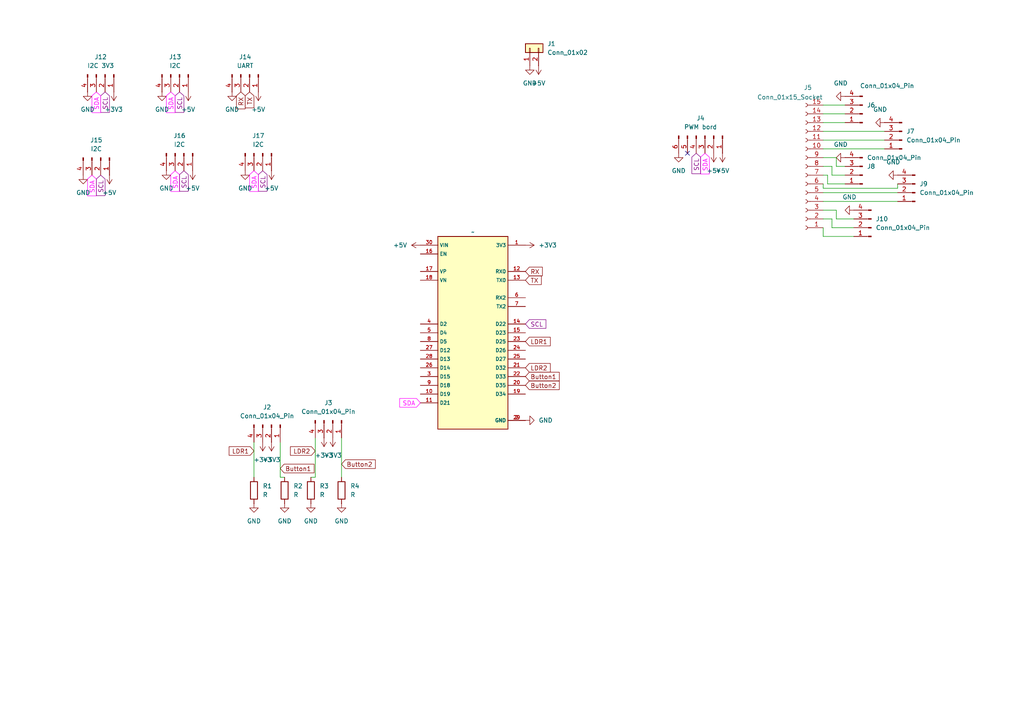
<source format=kicad_sch>
(kicad_sch (version 20250114) (generator "eeschema") (generator_version "9.0")
  (paper "A4")
  (lib_symbols
    (symbol "Connector:Conn_01x04_Pin" (pin_names (offset 1.016) (hide yes))
      (property "Reference" "J" (at 0 5.08 0))
      (property "Value" "Conn_01x04_Pin" (at 0 -7.62 0))
      (symbol "Conn_01x04_Pin_1_1"
        (rectangle (start 0.8636 2.667) (end 0 2.413) (stroke (width 0.1524)) (fill (type outline)))
        (rectangle (start 0.8636 0.127) (end 0 -0.127) (stroke (width 0.1524)) (fill (type outline)))
        (rectangle (start 0.8636 -2.413) (end 0 -2.667) (stroke (width 0.1524)) (fill (type outline)))
        (rectangle (start 0.8636 -4.953) (end 0 -5.207) (stroke (width 0.1524)) (fill (type outline)))
        (polyline (pts (xy 1.27 2.54) (xy 0.8636 2.54)) (stroke (width 0.1524)))
        (polyline (pts (xy 1.27 0) (xy 0.8636 0)) (stroke (width 0.1524)))
        (polyline (pts (xy 1.27 -2.54) (xy 0.8636 -2.54)) (stroke (width 0.1524)))
        (polyline (pts (xy 1.27 -5.08) (xy 0.8636 -5.08)) (stroke (width 0.1524)))
        (pin passive line (at 5.08 2.54 180) (length 3.81) (name "Pin_1") (number "1"))
        (pin passive line (at 5.08 0 180) (length 3.81) (name "Pin_2") (number "2"))
        (pin passive line (at 5.08 -2.54 180) (length 3.81) (name "Pin_3") (number "3"))
        (pin passive line (at 5.08 -5.08 180) (length 3.81) (name "Pin_4") (number "4"))
      )
    )
    (symbol "Connector:Conn_01x06_Pin" (pin_names (offset 1.016) (hide yes))
      (property "Reference" "J" (at 0 7.62 0))
      (property "Value" "Conn_01x06_Pin" (at 0 -10.16 0))
      (symbol "Conn_01x06_Pin_1_1"
        (rectangle (start 0.8636 5.207) (end 0 4.953) (stroke (width 0.1524)) (fill (type outline)))
        (rectangle (start 0.8636 2.667) (end 0 2.413) (stroke (width 0.1524)) (fill (type outline)))
        (rectangle (start 0.8636 0.127) (end 0 -0.127) (stroke (width 0.1524)) (fill (type outline)))
        (rectangle (start 0.8636 -2.413) (end 0 -2.667) (stroke (width 0.1524)) (fill (type outline)))
        (rectangle (start 0.8636 -4.953) (end 0 -5.207) (stroke (width 0.1524)) (fill (type outline)))
        (rectangle (start 0.8636 -7.493) (end 0 -7.747) (stroke (width 0.1524)) (fill (type outline)))
        (polyline (pts (xy 1.27 5.08) (xy 0.8636 5.08)) (stroke (width 0.1524)))
        (polyline (pts (xy 1.27 2.54) (xy 0.8636 2.54)) (stroke (width 0.1524)))
        (polyline (pts (xy 1.27 0) (xy 0.8636 0)) (stroke (width 0.1524)))
        (polyline (pts (xy 1.27 -2.54) (xy 0.8636 -2.54)) (stroke (width 0.1524)))
        (polyline (pts (xy 1.27 -5.08) (xy 0.8636 -5.08)) (stroke (width 0.1524)))
        (polyline (pts (xy 1.27 -7.62) (xy 0.8636 -7.62)) (stroke (width 0.1524)))
        (pin passive line (at 5.08 5.08 180) (length 3.81) (name "Pin_1") (number "1"))
        (pin passive line (at 5.08 2.54 180) (length 3.81) (name "Pin_2") (number "2"))
        (pin passive line (at 5.08 0 180) (length 3.81) (name "Pin_3") (number "3"))
        (pin passive line (at 5.08 -2.54 180) (length 3.81) (name "Pin_4") (number "4"))
        (pin passive line (at 5.08 -5.08 180) (length 3.81) (name "Pin_5") (number "5"))
        (pin passive line (at 5.08 -7.62 180) (length 3.81) (name "Pin_6") (number "6"))
      )
    )
    (symbol "Connector:Conn_01x15_Socket" (pin_names (offset 1.016) (hide yes))
      (property "Reference" "J" (at 0 20.32 0))
      (property "Value" "Conn_01x15_Socket" (at 0 -20.32 0))
      (symbol "Conn_01x15_Socket_1_1"
        (polyline (pts (xy -1.27 17.78) (xy -0.508 17.78)) (stroke (width 0.1524)))
        (polyline (pts (xy -1.27 15.24) (xy -0.508 15.24)) (stroke (width 0.1524)))
        (polyline (pts (xy -1.27 12.7) (xy -0.508 12.7)) (stroke (width 0.1524)))
        (polyline (pts (xy -1.27 10.16) (xy -0.508 10.16)) (stroke (width 0.1524)))
        (polyline (pts (xy -1.27 7.62) (xy -0.508 7.62)) (stroke (width 0.1524)))
        (polyline (pts (xy -1.27 5.08) (xy -0.508 5.08)) (stroke (width 0.1524)))
        (polyline (pts (xy -1.27 2.54) (xy -0.508 2.54)) (stroke (width 0.1524)))
        (polyline (pts (xy -1.27 0) (xy -0.508 0)) (stroke (width 0.1524)))
        (polyline (pts (xy -1.27 -2.54) (xy -0.508 -2.54)) (stroke (width 0.1524)))
        (polyline (pts (xy -1.27 -5.08) (xy -0.508 -5.08)) (stroke (width 0.1524)))
        (polyline (pts (xy -1.27 -7.62) (xy -0.508 -7.62)) (stroke (width 0.1524)))
        (polyline (pts (xy -1.27 -10.16) (xy -0.508 -10.16)) (stroke (width 0.1524)))
        (polyline (pts (xy -1.27 -12.7) (xy -0.508 -12.7)) (stroke (width 0.1524)))
        (polyline (pts (xy -1.27 -15.24) (xy -0.508 -15.24)) (stroke (width 0.1524)))
        (polyline (pts (xy -1.27 -17.78) (xy -0.508 -17.78)) (stroke (width 0.1524)))
        (arc (start 0 17.272) (mid -0.5058 17.78) (end 0 18.288) (stroke (width 0.1524)))
        (arc (start 0 14.732) (mid -0.5058 15.24) (end 0 15.748) (stroke (width 0.1524)))
        (arc (start 0 12.192) (mid -0.5058 12.7) (end 0 13.208) (stroke (width 0.1524)))
        (arc (start 0 9.652) (mid -0.5058 10.16) (end 0 10.668) (stroke (width 0.1524)))
        (arc (start 0 7.112) (mid -0.5058 7.62) (end 0 8.128) (stroke (width 0.1524)))
        (arc (start 0 4.572) (mid -0.5058 5.08) (end 0 5.588) (stroke (width 0.1524)))
        (arc (start 0 2.032) (mid -0.5058 2.54) (end 0 3.048) (stroke (width 0.1524)))
        (arc (start 0 -0.508) (mid -0.5058 0) (end 0 0.508) (stroke (width 0.1524)))
        (arc (start 0 -3.048) (mid -0.5058 -2.54) (end 0 -2.032) (stroke (width 0.1524)))
        (arc (start 0 -5.588) (mid -0.5058 -5.08) (end 0 -4.572) (stroke (width 0.1524)))
        (arc (start 0 -8.128) (mid -0.5058 -7.62) (end 0 -7.112) (stroke (width 0.1524)))
        (arc (start 0 -10.668) (mid -0.5058 -10.16) (end 0 -9.652) (stroke (width 0.1524)))
        (arc (start 0 -13.208) (mid -0.5058 -12.7) (end 0 -12.192) (stroke (width 0.1524)))
        (arc (start 0 -15.748) (mid -0.5058 -15.24) (end 0 -14.732) (stroke (width 0.1524)))
        (arc (start 0 -18.288) (mid -0.5058 -17.78) (end 0 -17.272) (stroke (width 0.1524)))
        (pin passive line (at -5.08 17.78 0) (length 3.81) (name "Pin_1") (number "1"))
        (pin passive line (at -5.08 15.24 0) (length 3.81) (name "Pin_2") (number "2"))
        (pin passive line (at -5.08 12.7 0) (length 3.81) (name "Pin_3") (number "3"))
        (pin passive line (at -5.08 10.16 0) (length 3.81) (name "Pin_4") (number "4"))
        (pin passive line (at -5.08 7.62 0) (length 3.81) (name "Pin_5") (number "5"))
        (pin passive line (at -5.08 5.08 0) (length 3.81) (name "Pin_6") (number "6"))
        (pin passive line (at -5.08 2.54 0) (length 3.81) (name "Pin_7") (number "7"))
        (pin passive line (at -5.08 0 0) (length 3.81) (name "Pin_8") (number "8"))
        (pin passive line (at -5.08 -2.54 0) (length 3.81) (name "Pin_9") (number "9"))
        (pin passive line (at -5.08 -5.08 0) (length 3.81) (name "Pin_10") (number "10"))
        (pin passive line (at -5.08 -7.62 0) (length 3.81) (name "Pin_11") (number "11"))
        (pin passive line (at -5.08 -10.16 0) (length 3.81) (name "Pin_12") (number "12"))
        (pin passive line (at -5.08 -12.7 0) (length 3.81) (name "Pin_13") (number "13"))
        (pin passive line (at -5.08 -15.24 0) (length 3.81) (name "Pin_14") (number "14"))
        (pin passive line (at -5.08 -17.78 0) (length 3.81) (name "Pin_15") (number "15"))
      )
    )
    (symbol "Connector_Generic:Conn_01x02" (pin_names (offset 1.016) (hide yes))
      (property "Reference" "J" (at 0 2.54 0))
      (property "Value" "Conn_01x02" (at 0 -5.08 0))
      (symbol "Conn_01x02_1_1"
        (rectangle (start -1.27 1.27) (end 1.27 -3.81) (stroke (width 0.254)) (fill (type background)))
        (rectangle (start -1.27 0.127) (end 0 -0.127) (stroke (width 0.1524)))
        (rectangle (start -1.27 -2.413) (end 0 -2.667) (stroke (width 0.1524)))
        (pin passive line (at -5.08 0 0) (length 3.81) (name "Pin_1") (number "1"))
        (pin passive line (at -5.08 -2.54 0) (length 3.81) (name "Pin_2") (number "2"))
      )
    )
    (symbol "Device:R" (pin_numbers (hide yes)) (pin_names (offset 0))
      (property "Reference" "R" (at 2.032 0 90))
      (property "Value" "R" (at 0 0 90))
      (symbol "R_0_1"
        (rectangle (start -1.016 -2.54) (end 1.016 2.54) (stroke (width 0.254)))
      )
      (symbol "R_1_1"
        (pin passive line (at 0 3.81 270) (length 1.27) (name "~") (number "1"))
        (pin passive line (at 0 -3.81 90) (length 1.27) (name "~") (number "2"))
      )
    )
    (symbol "Zuydlib4:ESP32_DEVKIT_V1"
      (property "Reference" "U" (at 1.27 -3.81 0))
      (symbol "ESP32_DEVKIT_V1_0_0"
        (rectangle (start -10.16 -27.94) (end 10.16 27.94) (stroke (width 0.254)) (fill (type background)))
        (pin input line (at -15.24 25.4 0) (length 5.08) (name "VIN") (number "30"))
        (pin input line (at -15.24 22.86 0) (length 5.08) (name "EN") (number "16"))
        (pin bidirectional line (at -15.24 17.78 0) (length 5.08) (name "VP") (number "17"))
        (pin bidirectional line (at -15.24 15.24 0) (length 5.08) (name "VN") (number "18"))
        (pin bidirectional line (at -15.24 2.54 0) (length 5.08) (name "D2") (number "4"))
        (pin bidirectional line (at -15.24 0 0) (length 5.08) (name "D4") (number "5"))
        (pin bidirectional line (at -15.24 -2.54 0) (length 5.08) (name "D5") (number "8"))
        (pin bidirectional line (at -15.24 -5.08 0) (length 5.08) (name "D12") (number "27"))
        (pin bidirectional line (at -15.24 -7.62 0) (length 5.08) (name "D13") (number "28"))
        (pin bidirectional line (at -15.24 -10.16 0) (length 5.08) (name "D14") (number "26"))
        (pin bidirectional line (at -15.24 -12.7 0) (length 5.08) (name "D15") (number "3"))
        (pin bidirectional line (at -15.24 -15.24 0) (length 5.08) (name "D18") (number "9"))
        (pin bidirectional line (at -15.24 -17.78 0) (length 5.08) (name "D19") (number "10"))
        (pin bidirectional line (at -15.24 -20.32 0) (length 5.08) (name "D21") (number "11"))
        (pin output line (at 15.24 25.4 180) (length 5.08) (name "3V3") (number "1"))
        (pin input line (at 15.24 17.78 180) (length 5.08) (name "RX0") (number "12"))
        (pin output line (at 15.24 15.24 180) (length 5.08) (name "TX0") (number "13"))
        (pin input line (at 15.24 10.16 180) (length 5.08) (name "RX2") (number "6"))
        (pin output line (at 15.24 7.62 180) (length 5.08) (name "TX2") (number "7"))
        (pin bidirectional line (at 15.24 2.54 180) (length 5.08) (name "D22") (number "14"))
        (pin bidirectional line (at 15.24 0 180) (length 5.08) (name "D23") (number "15"))
        (pin bidirectional line (at 15.24 -2.54 180) (length 5.08) (name "D25") (number "23"))
        (pin bidirectional line (at 15.24 -5.08 180) (length 5.08) (name "D26") (number "24"))
        (pin bidirectional line (at 15.24 -7.62 180) (length 5.08) (name "D27") (number "25"))
        (pin bidirectional line (at 15.24 -10.16 180) (length 5.08) (name "D32") (number "21"))
        (pin bidirectional line (at 15.24 -12.7 180) (length 5.08) (name "D33") (number "22"))
        (pin bidirectional line (at 15.24 -15.24 180) (length 5.08) (name "D35") (number "20"))
        (pin bidirectional line (at 15.24 -17.78 180) (length 5.08) (name "D34") (number "19"))
        (pin power_in line (at 15.24 -25.4 180) (length 5.08) (name "GND") (number "2"))
        (pin power_in line (at 15.24 -25.4 180) (length 5.08) (name "GND") (number "29"))
      )
    )
    (symbol "power:+3V3" (power) (pin_numbers (hide yes)) (pin_names (offset 0) (hide yes))
      (property "Value" "+3V3" (at 0 3.556 0))
      (symbol "+3V3_0_1"
        (polyline (pts (xy -0.762 1.27) (xy 0 2.54)))
        (polyline (pts (xy 0 2.54) (xy 0.762 1.27)))
        (polyline (pts (xy 0 0) (xy 0 2.54)))
      )
      (symbol "+3V3_1_1"
        (pin power_in line (at 0 0 90) (length 0) (name "~") (number "1"))
      )
    )
    (symbol "power:+5V" (power) (pin_numbers (hide yes)) (pin_names (offset 0) (hide yes))
      (property "Value" "+5V" (at 0 3.556 0))
      (symbol "+5V_0_1"
        (polyline (pts (xy -0.762 1.27) (xy 0 2.54)))
        (polyline (pts (xy 0 2.54) (xy 0.762 1.27)))
        (polyline (pts (xy 0 0) (xy 0 2.54)))
      )
      (symbol "+5V_1_1"
        (pin power_in line (at 0 0 90) (length 0) (name "~") (number "1"))
      )
    )
    (symbol "power:GND" (power) (pin_numbers (hide yes)) (pin_names (offset 0) (hide yes))
      (property "Value" "GND" (at 0 -3.81 0))
      (symbol "GND_0_1"
        (polyline (pts (xy 0 0) (xy 0 -1.27) (xy 1.27 -1.27) (xy 0 -2.54) (xy -1.27 -1.27) (xy 0 -1.27)))
      )
      (symbol "GND_1_1"
        (pin power_in line (at 0 0 270) (length 0) (name "~") (number "1"))
      )
    )
  )
  (no_connect (at 199.39 44.45))
  (wire (pts (xy 238.76 68.58) (xy 247.65 68.58)))
  (wire (pts (xy 242.57 60.96) (xy 242.57 63.5)))
  (wire (pts (xy 91.44 127) (xy 91.44 138.43)))
  (wire (pts (xy 238.76 45.72) (xy 242.57 45.72)))
  (wire (pts (xy 240.03 53.34) (xy 245.11 53.34)))
  (wire (pts (xy 238.76 66.04) (xy 238.76 68.58)))
  (wire (pts (xy 73.66 128.27) (xy 73.66 138.43)))
  (wire (pts (xy 241.3 50.8) (xy 245.11 50.8)))
  (wire (pts (xy 238.76 60.96) (xy 242.57 60.96)))
  (wire (pts (xy 238.76 30.48) (xy 245.11 30.48)))
  (wire (pts (xy 238.76 53.34) (xy 238.76 54.61)))
  (wire (pts (xy 238.76 38.1) (xy 256.54 38.1)))
  (wire (pts (xy 238.76 55.88) (xy 260.35 55.88)))
  (wire (pts (xy 238.76 48.26) (xy 241.3 48.26)))
  (wire (pts (xy 260.35 54.61) (xy 260.35 53.34)))
  (wire (pts (xy 241.3 63.5) (xy 241.3 66.04)))
  (wire (pts (xy 238.76 43.18) (xy 256.54 43.18)))
  (wire (pts (xy 242.57 45.72) (xy 242.57 48.26)))
  (wire (pts (xy 241.3 66.04) (xy 247.65 66.04)))
  (wire (pts (xy 238.76 50.8) (xy 240.03 50.8)))
  (wire (pts (xy 238.76 40.64) (xy 256.54 40.64)))
  (wire (pts (xy 81.28 128.27) (xy 81.28 138.43)))
  (wire (pts (xy 242.57 63.5) (xy 247.65 63.5)))
  (wire (pts (xy 99.06 127) (xy 99.06 138.43)))
  (wire (pts (xy 91.44 138.43) (xy 90.17 138.43)))
  (wire (pts (xy 238.76 63.5) (xy 241.3 63.5)))
  (wire (pts (xy 240.03 50.8) (xy 240.03 53.34)))
  (wire (pts (xy 238.76 35.56) (xy 245.11 35.56)))
  (wire (pts (xy 81.28 138.43) (xy 82.55 138.43)))
  (wire (pts (xy 238.76 54.61) (xy 260.35 54.61)))
  (wire (pts (xy 241.3 48.26) (xy 241.3 50.8)))
  (wire (pts (xy 242.57 48.26) (xy 245.11 48.26)))
  (wire (pts (xy 238.76 33.02) (xy 245.11 33.02)))
  (wire (pts (xy 238.76 58.42) (xy 260.35 58.42)))
  (global_label "SDA" (shape input) (at 26.67 50.8 270) (property "Intersheetrefs" "${INTERSHEET_REFS}" (effects (hide yes))))
  (global_label "SCL" (shape input) (at 52.07 26.67 270) (property "Intersheetrefs" "${INTERSHEET_REFS}" (effects (hide yes))))
  (global_label "LDR1" (shape input) (at 152.4 99.06 0) (property "Intersheetrefs" "${INTERSHEET_REFS}" (effects (hide yes))))
  (global_label "SCL" (shape input) (at 53.34 49.53 270) (property "Intersheetrefs" "${INTERSHEET_REFS}" (effects (hide yes))))
  (global_label "SDA" (shape input) (at 73.66 49.53 270) (property "Intersheetrefs" "${INTERSHEET_REFS}" (effects (hide yes))))
  (global_label "Button1" (shape input) (at 81.28 135.89 0) (property "Intersheetrefs" "${INTERSHEET_REFS}" (effects (hide yes))))
  (global_label "Button2" (shape input) (at 152.4 111.76 0) (property "Intersheetrefs" "${INTERSHEET_REFS}" (effects (hide yes))))
  (global_label "SCL" (shape input) (at 76.2 49.53 270) (property "Intersheetrefs" "${INTERSHEET_REFS}" (effects (hide yes))))
  (global_label "SDA" (shape input) (at 204.47 44.45 270) (property "Intersheetrefs" "${INTERSHEET_REFS}" (effects (hide yes))))
  (global_label "SCL" (shape input) (at 201.93 44.45 270) (property "Intersheetrefs" "${INTERSHEET_REFS}" (effects (hide yes))))
  (global_label "Button2" (shape input) (at 99.06 134.62 0) (property "Intersheetrefs" "${INTERSHEET_REFS}" (effects (hide yes))))
  (global_label "SDA" (shape input) (at 121.92 116.84 180) (property "Intersheetrefs" "${INTERSHEET_REFS}" (effects (hide yes))))
  (global_label "LDR1" (shape input) (at 73.66 130.81 180) (property "Intersheetrefs" "${INTERSHEET_REFS}" (effects (hide yes))))
  (global_label "TX" (shape input) (at 72.39 26.67 270) (property "Intersheetrefs" "${INTERSHEET_REFS}" (effects (hide yes))))
  (global_label "TX" (shape input) (at 152.4 81.28 0) (property "Intersheetrefs" "${INTERSHEET_REFS}" (effects (hide yes))))
  (global_label "SCL" (shape input) (at 29.21 50.8 270) (property "Intersheetrefs" "${INTERSHEET_REFS}" (effects (hide yes))))
  (global_label "SDA" (shape input) (at 27.94 26.67 270) (property "Intersheetrefs" "${INTERSHEET_REFS}" (effects (hide yes))))
  (global_label "LDR2" (shape input) (at 152.4 106.68 0) (property "Intersheetrefs" "${INTERSHEET_REFS}" (effects (hide yes))))
  (global_label "SDA" (shape input) (at 50.8 49.53 270) (property "Intersheetrefs" "${INTERSHEET_REFS}" (effects (hide yes))))
  (global_label "RX" (shape input) (at 152.4 78.74 0) (property "Intersheetrefs" "${INTERSHEET_REFS}" (effects (hide yes))))
  (global_label "LDR2" (shape input) (at 91.44 130.81 180) (property "Intersheetrefs" "${INTERSHEET_REFS}" (effects (hide yes))))
  (global_label "SCL" (shape input) (at 30.48 26.67 270) (property "Intersheetrefs" "${INTERSHEET_REFS}" (effects (hide yes))))
  (global_label "SDA" (shape input) (at 49.53 26.67 270) (property "Intersheetrefs" "${INTERSHEET_REFS}" (effects (hide yes))))
  (global_label "SCL" (shape input) (at 152.4 93.98 0) (property "Intersheetrefs" "${INTERSHEET_REFS}" (effects (hide yes))))
  (global_label "RX" (shape input) (at 69.85 26.67 270) (property "Intersheetrefs" "${INTERSHEET_REFS}" (effects (hide yes))))
  (global_label "Button1" (shape input) (at 152.4 109.22 0) (property "Intersheetrefs" "${INTERSHEET_REFS}" (effects (hide yes))))
  (symbol (lib_id "power:GND") (at 245.11 27.94 270) (unit 1)
    (property "Reference" "#PWR016" (effects (hide yes)))
    (property "Value" "GND" (at 243.84 24.13 90))
    (property "Description" "Power symbol creates a global label with name \"GND\" , ground" (effects (hide yes)))
  )
  (symbol (lib_id "power:GND") (at 260.35 50.8 270) (unit 1)
    (property "Reference" "#PWR019" (effects (hide yes)))
    (property "Value" "GND" (at 259.08 46.99 90))
    (property "Description" "Power symbol creates a global label with name \"GND\" , ground" (effects (hide yes)))
  )
  (symbol (lib_id "Connector:Conn_01x04_Pin") (at 53.34 44.45 270) (unit 1)
    (property "Reference" "J16" (at 52.07 39.37 90))
    (property "Value" "I2C" (at 52.07 41.91 90))
    (property "Footprint" "Meloen:Audio jack" (effects (hide yes)))
    (property "Description" "Generic connector, single row, 01x04, script generated" (effects (hide yes)))
  )
  (symbol (lib_id "power:GND") (at 46.99 26.67 0) (unit 1)
    (property "Reference" "#PWR024" (effects (hide yes)))
    (property "Value" "GND" (at 46.99 31.75 0))
    (property "Description" "Power symbol creates a global label with name \"GND\" , ground" (effects (hide yes)))
  )
  (symbol (lib_id "Connector:Conn_01x04_Pin") (at 252.73 66.04 180) (unit 1)
    (property "Reference" "J10" (at 254 63.4999 0) (effects (justify right)))
    (property "Value" "Conn_01x04_Pin" (at 254 66.0399 0) (effects (justify right)))
    (property "Footprint" "Meloen:Audio jack" (effects (hide yes)))
    (property "Description" "Generic connector, single row, 01x04, script generated" (effects (hide yes)))
  )
  (symbol (lib_id "Zuydlib4:ESP32_DEVKIT_V1") (at 137.16 96.52 0) (unit 1)
    (property "Reference" "U1" (effects (hide yes)))
    (property "Value" "~" (at 137.16 67.31 0))
    (property "Footprint" "Meloen:ESP32_DEVKIT_V1_op_voetjes" (effects (hide yes)))
  )
  (symbol (lib_id "power:+3V3") (at 93.98 127 180) (unit 1)
    (property "Reference" "#PWR012" (effects (hide yes)))
    (property "Value" "+3V3" (at 93.98 132.08 0))
    (property "Description" "Power symbol creates a global label with name \"+3V3\"" (effects (hide yes)))
  )
  (symbol (lib_id "power:GND") (at 82.55 146.05 0) (unit 1)
    (property "Reference" "#PWR09" (effects (hide yes)))
    (property "Value" "GND" (at 82.55 151.13 0))
    (property "Description" "Power symbol creates a global label with name \"GND\" , ground" (effects (hide yes)))
  )
  (symbol (lib_id "Connector:Conn_01x04_Pin") (at 76.2 44.45 270) (unit 1)
    (property "Reference" "J17" (at 74.93 39.37 90))
    (property "Value" "I2C" (at 74.93 41.91 90))
    (property "Footprint" "Meloen:Audio jack" (effects (hide yes)))
    (property "Description" "Generic connector, single row, 01x04, script generated" (effects (hide yes)))
  )
  (symbol (lib_id "power:GND") (at 71.12 49.53 0) (unit 1)
    (property "Reference" "#PWR034" (effects (hide yes)))
    (property "Value" "GND" (at 71.12 54.61 0))
    (property "Description" "Power symbol creates a global label with name \"GND\" , ground" (effects (hide yes)))
  )
  (symbol (lib_id "Connector:Conn_01x04_Pin") (at 250.19 33.02 180) (unit 1)
    (property "Reference" "J6" (at 251.46 30.4799 0) (effects (justify right)))
    (property "Value" "Conn_01x04_Pin" (at 249.428 24.892 0) (effects (justify right)))
    (property "Footprint" "Meloen:Audio jack" (effects (hide yes)))
    (property "Description" "Generic connector, single row, 01x04, script generated" (effects (hide yes)))
  )
  (symbol (lib_id "power:+3V3") (at 96.52 127 180) (unit 1)
    (property "Reference" "#PWR013" (effects (hide yes)))
    (property "Value" "+3V3" (at 96.52 132.08 0))
    (property "Description" "Power symbol creates a global label with name \"+3V3\"" (effects (hide yes)))
  )
  (symbol (lib_id "Connector:Conn_01x04_Pin") (at 29.21 45.72 270) (unit 1)
    (property "Reference" "J15" (at 27.94 40.64 90))
    (property "Value" "I2C" (at 27.94 43.18 90))
    (property "Footprint" "Meloen:Audio jack" (effects (hide yes)))
    (property "Description" "Generic connector, single row, 01x04, script generated" (effects (hide yes)))
  )
  (symbol (lib_id "power:GND") (at 153.67 19.05 0) (unit 1)
    (property "Reference" "#PWR05" (effects (hide yes)))
    (property "Value" "GND" (at 153.67 24.13 0))
    (property "Description" "Power symbol creates a global label with name \"GND\" , ground" (effects (hide yes)))
  )
  (symbol (lib_id "Device:R") (at 90.17 142.24 0) (unit 1)
    (property "Reference" "R3" (at 92.71 140.9699 0) (effects (justify left)))
    (property "Value" "R" (at 92.71 143.5099 0) (effects (justify left)))
    (property "Footprint" "Resistor_THT:R_Axial_DIN0204_L3.6mm_D1.6mm_P7.62mm_Horizontal" (effects (hide yes)))
    (property "Description" "Resistor" (effects (hide yes)))
  )
  (symbol (lib_id "Connector:Conn_01x04_Pin") (at 72.39 21.59 270) (unit 1)
    (property "Reference" "J14" (at 71.12 16.51 90))
    (property "Value" "UART" (at 71.12 19.05 90))
    (property "Footprint" "Meloen:Audio jack" (effects (hide yes)))
    (property "Description" "Generic connector, single row, 01x04, script generated" (effects (hide yes)))
  )
  (symbol (lib_id "power:+5V") (at 55.88 49.53 180) (unit 1)
    (property "Reference" "#PWR033" (effects (hide yes)))
    (property "Value" "+5V" (at 55.88 54.61 0))
    (property "Description" "Power symbol creates a global label with name \"+5V\"" (effects (hide yes)))
  )
  (symbol (lib_id "Connector:Conn_01x04_Pin") (at 52.07 21.59 270) (unit 1)
    (property "Reference" "J13" (at 50.8 16.51 90))
    (property "Value" "I2C" (at 50.8 19.05 90))
    (property "Footprint" "Meloen:Audio jack" (effects (hide yes)))
    (property "Description" "Generic connector, single row, 01x04, script generated" (effects (hide yes)))
  )
  (symbol (lib_id "power:+3V3") (at 33.02 26.67 180) (unit 1)
    (property "Reference" "#PWR025" (effects (hide yes)))
    (property "Value" "+3V3" (at 33.02 31.75 0))
    (property "Description" "Power symbol creates a global label with name \"+3V3\"" (effects (hide yes)))
  )
  (symbol (lib_id "power:GND") (at 245.11 45.72 270) (unit 1)
    (property "Reference" "#PWR018" (effects (hide yes)))
    (property "Value" "GND" (at 243.84 41.91 90))
    (property "Description" "Power symbol creates a global label with name \"GND\" , ground" (effects (hide yes)))
  )
  (symbol (lib_id "Connector:Conn_01x04_Pin") (at 78.74 123.19 270) (unit 1)
    (property "Reference" "J2" (at 77.47 118.11 90))
    (property "Value" "Conn_01x04_Pin" (at 77.47 120.65 90))
    (property "Footprint" "Meloen:Audio jack" (effects (hide yes)))
    (property "Description" "Generic connector, single row, 01x04, script generated" (effects (hide yes)))
  )
  (symbol (lib_id "Connector:Conn_01x04_Pin") (at 261.62 40.64 180) (unit 1)
    (property "Reference" "J7" (at 262.89 38.0999 0) (effects (justify right)))
    (property "Value" "Conn_01x04_Pin" (at 262.89 40.6399 0) (effects (justify right)))
    (property "Footprint" "Meloen:Audio jack" (effects (hide yes)))
    (property "Description" "Generic connector, single row, 01x04, script generated" (effects (hide yes)))
  )
  (symbol (lib_id "Device:R") (at 73.66 142.24 0) (unit 1)
    (property "Reference" "R1" (at 76.2 140.9699 0) (effects (justify left)))
    (property "Value" "R" (at 76.2 143.5099 0) (effects (justify left)))
    (property "Footprint" "Resistor_THT:R_Axial_DIN0204_L3.6mm_D1.6mm_P7.62mm_Horizontal" (effects (hide yes)))
    (property "Description" "Resistor" (effects (hide yes)))
  )
  (symbol (lib_id "power:GND") (at 25.4 26.67 0) (unit 1)
    (property "Reference" "#PWR023" (effects (hide yes)))
    (property "Value" "GND" (at 25.4 31.75 0))
    (property "Description" "Power symbol creates a global label with name \"GND\" , ground" (effects (hide yes)))
  )
  (symbol (lib_id "Connector:Conn_01x04_Pin") (at 30.48 21.59 270) (unit 1)
    (property "Reference" "J12" (at 29.21 16.51 90))
    (property "Value" "I2C 3V3" (at 29.21 19.05 90))
    (property "Footprint" "Meloen:Audio jack" (effects (hide yes)))
    (property "Description" "Generic connector, single row, 01x04, script generated" (effects (hide yes)))
  )
  (symbol (lib_id "power:+3V3") (at 78.74 128.27 180) (unit 1)
    (property "Reference" "#PWR03" (effects (hide yes)))
    (property "Value" "+3V3" (at 78.74 133.35 0))
    (property "Description" "Power symbol creates a global label with name \"+3V3\"" (effects (hide yes)))
  )
  (symbol (lib_id "power:+3V3") (at 152.4 71.12 270) (unit 1)
    (property "Reference" "#PWR01" (effects (hide yes)))
    (property "Value" "+3V3" (at 156.21 71.1199 90) (effects (justify left)))
    (property "Description" "Power symbol creates a global label with name \"+3V3\"" (effects (hide yes)))
  )
  (symbol (lib_id "power:+5V") (at 74.93 26.67 180) (unit 1)
    (property "Reference" "#PWR029" (effects (hide yes)))
    (property "Value" "+5V" (at 74.93 31.75 0))
    (property "Description" "Power symbol creates a global label with name \"+5V\"" (effects (hide yes)))
  )
  (symbol (lib_id "Connector:Conn_01x04_Pin") (at 265.43 55.88 180) (unit 1)
    (property "Reference" "J9" (at 266.7 53.3399 0) (effects (justify right)))
    (property "Value" "Conn_01x04_Pin" (at 266.7 55.8799 0) (effects (justify right)))
    (property "Footprint" "Meloen:Audio jack" (effects (hide yes)))
    (property "Description" "Generic connector, single row, 01x04, script generated" (effects (hide yes)))
  )
  (symbol (lib_id "power:GND") (at 48.26 49.53 0) (unit 1)
    (property "Reference" "#PWR032" (effects (hide yes)))
    (property "Value" "GND" (at 48.26 54.61 0))
    (property "Description" "Power symbol creates a global label with name \"GND\" , ground" (effects (hide yes)))
  )
  (symbol (lib_id "Device:R") (at 82.55 142.24 0) (unit 1)
    (property "Reference" "R2" (at 85.09 140.9699 0) (effects (justify left)))
    (property "Value" "R" (at 85.09 143.5099 0) (effects (justify left)))
    (property "Footprint" "Resistor_THT:R_Axial_DIN0204_L3.6mm_D1.6mm_P7.62mm_Horizontal" (effects (hide yes)))
    (property "Description" "Resistor" (effects (hide yes)))
  )
  (symbol (lib_id "power:GND") (at 152.4 121.92 90) (unit 1)
    (property "Reference" "#PWR04" (effects (hide yes)))
    (property "Value" "GND" (at 156.21 121.9199 90) (effects (justify right)))
    (property "Description" "Power symbol creates a global label with name \"GND\" , ground" (effects (hide yes)))
  )
  (symbol (lib_id "Connector_Generic:Conn_01x02") (at 153.67 13.97 90) (unit 1)
    (property "Reference" "J1" (at 158.75 12.6999 90) (effects (justify right)))
    (property "Value" "Conn_01x02" (at 158.75 15.2399 90) (effects (justify right)))
    (property "Footprint" "Connector_Phoenix_MSTB:PhoenixContact_MSTBA_2,5_2-G-5,08_1x02_P5.08mm_Horizontal" (effects (hide yes)))
    (property "Description" "Generic connector, single row, 01x02, script generated (kicad-library-utils/schlib/autogen/connector/)" (effects (hide yes)))
  )
  (symbol (lib_id "power:GND") (at 90.17 146.05 0) (unit 1)
    (property "Reference" "#PWR010" (effects (hide yes)))
    (property "Value" "GND" (at 90.17 151.13 0))
    (property "Description" "Power symbol creates a global label with name \"GND\" , ground" (effects (hide yes)))
  )
  (symbol (lib_id "Connector:Conn_01x15_Socket") (at 233.68 48.26 180) (unit 1)
    (property "Reference" "J5" (at 234.315 25.4 0))
    (property "Value" "Conn_01x15_Socket" (at 229.108 28.194 0))
    (property "Footprint" "Connector_PinHeader_2.54mm:PinHeader_1x15_P2.54mm_Vertical" (effects (hide yes)))
    (property "Description" "Generic connector, single row, 01x15, script generated" (effects (hide yes)))
  )
  (symbol (lib_id "power:+5V") (at 207.01 44.45 180) (unit 1)
    (property "Reference" "#PWR015" (effects (hide yes)))
    (property "Value" "+5V" (at 207.01 49.53 0))
    (property "Description" "Power symbol creates a global label with name \"+5V\"" (effects (hide yes)))
  )
  (symbol (lib_id "Connector:Conn_01x04_Pin") (at 250.19 50.8 180) (unit 1)
    (property "Reference" "J8" (at 251.46 48.2599 0) (effects (justify right)))
    (property "Value" "Conn_01x04_Pin" (at 251.46 45.72 0) (effects (justify right)))
    (property "Description" "Generic connector, single row, 01x04, script generated" (effects (hide yes)))
  )
  (symbol (lib_id "power:GND") (at 73.66 146.05 0) (unit 1)
    (property "Reference" "#PWR08" (effects (hide yes)))
    (property "Value" "GND" (at 73.66 151.13 0))
    (property "Description" "Power symbol creates a global label with name \"GND\" , ground" (effects (hide yes)))
  )
  (symbol (lib_id "power:+5V") (at 78.74 49.53 180) (unit 1)
    (property "Reference" "#PWR035" (effects (hide yes)))
    (property "Value" "+5V" (at 78.74 54.61 0))
    (property "Description" "Power symbol creates a global label with name \"+5V\"" (effects (hide yes)))
  )
  (symbol (lib_id "power:GND") (at 99.06 146.05 0) (unit 1)
    (property "Reference" "#PWR011" (effects (hide yes)))
    (property "Value" "GND" (at 99.06 151.13 0))
    (property "Description" "Power symbol creates a global label with name \"GND\" , ground" (effects (hide yes)))
  )
  (symbol (lib_id "power:GND") (at 67.31 26.67 0) (unit 1)
    (property "Reference" "#PWR028" (effects (hide yes)))
    (property "Value" "GND" (at 67.31 31.75 0))
    (property "Description" "Power symbol creates a global label with name \"GND\" , ground" (effects (hide yes)))
  )
  (symbol (lib_id "power:GND") (at 247.65 60.96 270) (unit 1)
    (property "Reference" "#PWR020" (effects (hide yes)))
    (property "Value" "GND" (at 246.38 57.15 90))
    (property "Description" "Power symbol creates a global label with name \"GND\" , ground" (effects (hide yes)))
  )
  (symbol (lib_id "power:+5V") (at 209.55 44.45 180) (unit 1)
    (property "Reference" "#PWR021" (effects (hide yes)))
    (property "Value" "+5V" (at 209.55 49.53 0))
    (property "Description" "Power symbol creates a global label with name \"+5V\"" (effects (hide yes)))
  )
  (symbol (lib_id "Device:R") (at 99.06 142.24 0) (unit 1)
    (property "Reference" "R4" (at 101.6 140.9699 0) (effects (justify left)))
    (property "Value" "R" (at 101.6 143.5099 0) (effects (justify left)))
    (property "Footprint" "Resistor_THT:R_Axial_DIN0204_L3.6mm_D1.6mm_P7.62mm_Horizontal" (effects (hide yes)))
    (property "Description" "Resistor" (effects (hide yes)))
  )
  (symbol (lib_id "Connector:Conn_01x06_Pin") (at 204.47 39.37 270) (unit 1)
    (property "Reference" "J4" (at 203.2 34.29 90))
    (property "Value" "PWM bord" (at 203.2 36.83 90))
    (property "Footprint" "Connector_PinHeader_2.54mm:PinHeader_1x06_P2.54mm_Vertical" (effects (hide yes)))
    (property "Description" "Generic connector, single row, 01x06, script generated" (effects (hide yes)))
  )
  (symbol (lib_id "power:+5V") (at 121.92 71.12 90) (unit 1)
    (property "Reference" "#PWR07" (effects (hide yes)))
    (property "Value" "+5V" (at 118.11 71.1199 90) (effects (justify left)))
    (property "Description" "Power symbol creates a global label with name \"+5V\"" (effects (hide yes)))
  )
  (symbol (lib_id "power:+3V3") (at 76.2 128.27 180) (unit 1)
    (property "Reference" "#PWR02" (effects (hide yes)))
    (property "Value" "+3V3" (at 76.2 133.35 0))
    (property "Description" "Power symbol creates a global label with name \"+3V3\"" (effects (hide yes)))
  )
  (symbol (lib_id "power:GND") (at 24.13 50.8 0) (unit 1)
    (property "Reference" "#PWR030" (effects (hide yes)))
    (property "Value" "GND" (at 24.13 55.88 0))
    (property "Description" "Power symbol creates a global label with name \"GND\" , ground" (effects (hide yes)))
  )
  (symbol (lib_id "power:GND") (at 256.54 35.56 270) (unit 1)
    (property "Reference" "#PWR017" (effects (hide yes)))
    (property "Value" "GND" (at 255.27 31.75 90))
    (property "Description" "Power symbol creates a global label with name \"GND\" , ground" (effects (hide yes)))
  )
  (symbol (lib_id "power:+5V") (at 54.61 26.67 180) (unit 1)
    (property "Reference" "#PWR036" (effects (hide yes)))
    (property "Value" "+5V" (at 54.61 31.75 0))
    (property "Description" "Power symbol creates a global label with name \"+5V\"" (effects (hide yes)))
  )
  (symbol (lib_id "Connector:Conn_01x04_Pin") (at 96.52 121.92 270) (unit 1)
    (property "Reference" "J3" (at 95.25 116.84 90))
    (property "Value" "Conn_01x04_Pin" (at 95.25 119.38 90))
    (property "Footprint" "Meloen:Audio jack" (effects (hide yes)))
    (property "Description" "Generic connector, single row, 01x04, script generated" (effects (hide yes)))
  )
  (symbol (lib_id "power:+5V") (at 31.75 50.8 180) (unit 1)
    (property "Reference" "#PWR031" (effects (hide yes)))
    (property "Value" "+5V" (at 31.75 55.88 0))
    (property "Description" "Power symbol creates a global label with name \"+5V\"" (effects (hide yes)))
  )
  (symbol (lib_id "power:GND") (at 196.85 44.45 0) (unit 1)
    (property "Reference" "#PWR014" (effects (hide yes)))
    (property "Value" "GND" (at 196.85 49.53 0))
    (property "Description" "Power symbol creates a global label with name \"GND\" , ground" (effects (hide yes)))
  )
  (symbol (lib_id "power:+5V") (at 156.21 19.05 180) (unit 1)
    (property "Reference" "#PWR06" (effects (hide yes)))
    (property "Value" "+5V" (at 156.21 24.13 0))
    (property "Description" "Power symbol creates a global label with name \"+5V\"" (effects (hide yes)))
  )
)
</source>
